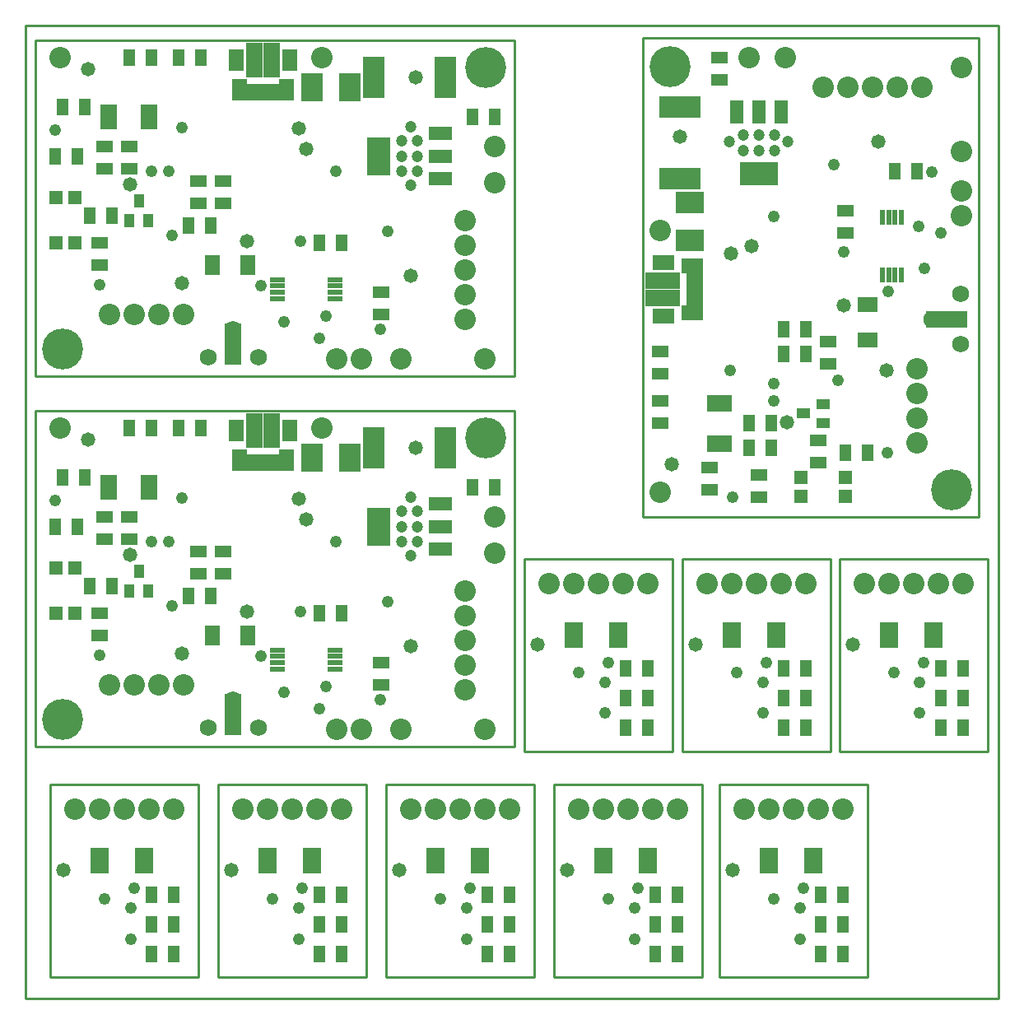
<source format=gts>
%FSLAX25Y25*%
%MOIN*%
G70*
G01*
G75*
G04 Layer_Color=8388736*
%ADD10R,0.01772X0.06299*%
%ADD11R,0.06299X0.13386*%
%ADD12R,0.05512X0.01654*%
%ADD13R,0.04724X0.04724*%
%ADD14R,0.08465X0.05000*%
%ADD15R,0.09000X0.15000*%
%ADD16R,0.05906X0.03937*%
%ADD17R,0.03937X0.05906*%
%ADD18R,0.07874X0.11024*%
%ADD19R,0.03500X0.05000*%
%ADD20R,0.07874X0.15748*%
%ADD21R,0.06299X0.09449*%
%ADD22R,0.05512X0.07087*%
%ADD23R,0.05906X0.15748*%
%ADD24R,0.06299X0.01772*%
%ADD25R,0.13386X0.06299*%
%ADD26R,0.01654X0.05512*%
%ADD27R,0.04724X0.04724*%
%ADD28R,0.05000X0.08465*%
%ADD29R,0.15000X0.09000*%
%ADD30R,0.11024X0.07874*%
%ADD31R,0.15748X0.05906*%
%ADD32R,0.05000X0.03500*%
%ADD33R,0.15748X0.07874*%
%ADD34R,0.09449X0.06299*%
%ADD35R,0.07087X0.05512*%
%ADD36R,0.06600X0.01700*%
%ADD37C,0.02500*%
%ADD38C,0.02000*%
%ADD39C,0.03000*%
%ADD40C,0.01500*%
%ADD41C,0.04000*%
%ADD42C,0.01000*%
%ADD43C,0.01800*%
%ADD44R,0.01600X0.04800*%
%ADD45R,0.34200X0.03200*%
%ADD46R,0.14413X0.28346*%
%ADD47R,0.04800X0.01600*%
%ADD48R,0.03200X0.34200*%
%ADD49R,0.28346X0.14413*%
%ADD50C,0.15800*%
%ADD51R,0.05512X0.07874*%
%ADD52R,0.05118X0.07874*%
%ADD53C,0.07874*%
%ADD54R,0.07874X0.05512*%
%ADD55R,0.07874X0.05118*%
%ADD56C,0.05000*%
%ADD57C,0.04000*%
%ADD58C,0.06000*%
%ADD59C,0.03937*%
%ADD60R,0.09449X0.04724*%
%ADD61R,0.04724X0.11024*%
%ADD62R,0.03000X0.10000*%
%ADD63R,0.10000X0.20000*%
%ADD64R,0.06299X0.05512*%
%ADD65R,0.09843X0.14961*%
%ADD66R,0.04724X0.09449*%
%ADD67R,0.11024X0.04724*%
%ADD68R,0.10000X0.03000*%
%ADD69R,0.20000X0.10000*%
%ADD70R,0.05512X0.06299*%
%ADD71R,0.14961X0.09843*%
%ADD72R,0.03150X0.04724*%
%ADD73C,0.03500*%
%ADD74R,0.26400X0.28346*%
%ADD75R,0.28346X0.26400*%
%ADD76C,0.00200*%
%ADD77C,0.00591*%
%ADD78C,0.00394*%
%ADD79C,0.00787*%
%ADD80C,0.00500*%
%ADD81C,0.00050*%
%ADD82C,0.00800*%
%ADD83R,0.02300X0.06299*%
%ADD84R,0.06299X0.02300*%
%ADD85R,0.02572X0.07099*%
%ADD86R,0.07099X0.14186*%
%ADD87R,0.06312X0.02454*%
%ADD88R,0.05524X0.05524*%
%ADD89R,0.09265X0.05800*%
%ADD90R,0.09800X0.15800*%
%ADD91R,0.06706X0.04737*%
%ADD92R,0.04737X0.06706*%
%ADD93R,0.08674X0.11824*%
%ADD94R,0.04300X0.05800*%
%ADD95R,0.08674X0.16548*%
%ADD96R,0.07099X0.10249*%
%ADD97R,0.06312X0.07887*%
%ADD98R,0.06706X0.16548*%
%ADD99R,0.07099X0.02572*%
%ADD100R,0.14186X0.07099*%
%ADD101R,0.02454X0.06312*%
%ADD102R,0.05524X0.05524*%
%ADD103R,0.05800X0.09265*%
%ADD104R,0.15800X0.09800*%
%ADD105R,0.11824X0.08674*%
%ADD106R,0.16548X0.06706*%
%ADD107R,0.05800X0.04300*%
%ADD108R,0.16548X0.08674*%
%ADD109R,0.10249X0.07099*%
%ADD110R,0.07887X0.06312*%
%ADD111R,0.07400X0.02500*%
%ADD112C,0.16600*%
%ADD113R,0.06312X0.08674*%
%ADD114R,0.05918X0.08674*%
%ADD115C,0.08674*%
%ADD116R,0.08674X0.06312*%
%ADD117R,0.08674X0.05918*%
%ADD118C,0.05800*%
%ADD119C,0.04800*%
%ADD120C,0.06800*%
%ADD121C,0.04737*%
D42*
X110000Y110000D02*
Y504000D01*
Y110000D02*
X504000D01*
Y504000D01*
X110000D02*
X504000D01*
X308100Y362100D02*
Y498100D01*
X114100D02*
X308100D01*
X114100Y362100D02*
X308100D01*
X114100D02*
Y498100D01*
Y212100D02*
Y348100D01*
Y212100D02*
X308100D01*
X114100Y348100D02*
X308100D01*
Y212100D02*
Y348100D01*
X359900Y499100D02*
X495900D01*
X359900Y305100D02*
Y499100D01*
X495900Y305100D02*
Y499100D01*
X359900Y305100D02*
X495900D01*
X120000Y196500D02*
X180000D01*
X120000Y118500D02*
Y196500D01*
Y118500D02*
X180000D01*
Y196500D01*
X248000Y118500D02*
Y196500D01*
X188000Y118500D02*
X248000D01*
X188000D02*
Y196500D01*
X248000D01*
X324000D02*
X384000D01*
X324000Y118500D02*
Y196500D01*
Y118500D02*
X384000D01*
Y196500D01*
X316000Y118500D02*
Y196500D01*
X256000Y118500D02*
X316000D01*
X256000D02*
Y196500D01*
X316000D01*
X451000Y118500D02*
Y196500D01*
X391000Y118500D02*
X451000D01*
X391000D02*
Y196500D01*
X451000D01*
X439500Y288000D02*
X499500D01*
X439500Y210000D02*
Y288000D01*
Y210000D02*
X499500D01*
Y288000D01*
X312000D02*
X372000D01*
X312000Y210000D02*
Y288000D01*
Y210000D02*
X372000D01*
Y288000D01*
X436000Y210000D02*
Y288000D01*
X376000Y210000D02*
X436000D01*
X376000D02*
Y288000D01*
X436000D01*
D85*
X200982Y477100D02*
D03*
X211218D02*
D03*
X208659D02*
D03*
X203541D02*
D03*
X206100D02*
D03*
X200982Y327100D02*
D03*
X211218D02*
D03*
X208659D02*
D03*
X203541D02*
D03*
X206100D02*
D03*
D86*
X209643Y490092D02*
D03*
X202557D02*
D03*
X209643Y340092D02*
D03*
X202557D02*
D03*
D87*
X235328Y393423D02*
D03*
Y395982D02*
D03*
Y398541D02*
D03*
Y401100D02*
D03*
X212100Y393423D02*
D03*
Y395982D02*
D03*
Y398541D02*
D03*
Y401100D02*
D03*
X235328Y243423D02*
D03*
Y245982D02*
D03*
Y248541D02*
D03*
Y251100D02*
D03*
X212100Y243423D02*
D03*
Y245982D02*
D03*
Y248541D02*
D03*
Y251100D02*
D03*
D88*
X130037Y416045D02*
D03*
Y434155D02*
D03*
X122163D02*
D03*
Y416045D02*
D03*
X130037Y266045D02*
D03*
Y284155D02*
D03*
X122163D02*
D03*
Y266045D02*
D03*
D89*
X278100Y442045D02*
D03*
Y451100D02*
D03*
Y460155D02*
D03*
Y292045D02*
D03*
Y301100D02*
D03*
Y310155D02*
D03*
D90*
X252903Y451100D02*
D03*
Y301100D02*
D03*
D91*
X140100Y416100D02*
D03*
Y407100D02*
D03*
X152100Y446100D02*
D03*
Y455100D02*
D03*
X190100Y432100D02*
D03*
Y441100D02*
D03*
X180100Y432100D02*
D03*
Y441100D02*
D03*
X142100Y446100D02*
D03*
Y455100D02*
D03*
X254100Y396100D02*
D03*
Y387100D02*
D03*
Y246100D02*
D03*
Y237100D02*
D03*
X142100Y296100D02*
D03*
Y305100D02*
D03*
X180100Y282100D02*
D03*
Y291100D02*
D03*
X190100Y282100D02*
D03*
Y291100D02*
D03*
X152100Y296100D02*
D03*
Y305100D02*
D03*
X140100Y266100D02*
D03*
Y257100D02*
D03*
X430900Y336100D02*
D03*
Y327100D02*
D03*
X434900Y376100D02*
D03*
Y367100D02*
D03*
X366900Y352100D02*
D03*
Y343100D02*
D03*
X406900Y322100D02*
D03*
Y313100D02*
D03*
X366900Y372100D02*
D03*
Y363100D02*
D03*
X386900Y316100D02*
D03*
Y325100D02*
D03*
X441900Y420100D02*
D03*
Y429100D02*
D03*
X390900Y482100D02*
D03*
Y491100D02*
D03*
D92*
X145100Y427100D02*
D03*
X136100D02*
D03*
X185100Y423100D02*
D03*
X176100D02*
D03*
X161100Y491100D02*
D03*
X152100D02*
D03*
X131100Y451100D02*
D03*
X122100D02*
D03*
X181100Y491100D02*
D03*
X172100D02*
D03*
X125100Y471100D02*
D03*
X134100D02*
D03*
X229100Y416100D02*
D03*
X238100D02*
D03*
X291100Y467100D02*
D03*
X300100D02*
D03*
X291100Y317100D02*
D03*
X300100D02*
D03*
X229100Y266100D02*
D03*
X238100D02*
D03*
X125100Y321100D02*
D03*
X134100D02*
D03*
X181100Y341100D02*
D03*
X172100D02*
D03*
X131100Y301100D02*
D03*
X122100D02*
D03*
X161100Y341100D02*
D03*
X152100D02*
D03*
X185100Y273100D02*
D03*
X176100D02*
D03*
X145100Y277100D02*
D03*
X136100D02*
D03*
X441900Y331100D02*
D03*
X450900D02*
D03*
X411900Y343100D02*
D03*
X402900D02*
D03*
X425900Y381100D02*
D03*
X416900D02*
D03*
X425900Y371100D02*
D03*
X416900D02*
D03*
X411900Y333100D02*
D03*
X402900D02*
D03*
X461900Y445100D02*
D03*
X470900D02*
D03*
X170000Y128000D02*
D03*
X161000D02*
D03*
X170000Y152000D02*
D03*
X161000D02*
D03*
X170000Y140000D02*
D03*
X161000D02*
D03*
X238000D02*
D03*
X229000D02*
D03*
X238000Y152000D02*
D03*
X229000D02*
D03*
X238000Y128000D02*
D03*
X229000D02*
D03*
X374000D02*
D03*
X365000D02*
D03*
X374000Y152000D02*
D03*
X365000D02*
D03*
X374000Y140000D02*
D03*
X365000D02*
D03*
X306000D02*
D03*
X297000D02*
D03*
X306000Y152000D02*
D03*
X297000D02*
D03*
X306000Y128000D02*
D03*
X297000D02*
D03*
X441000Y140000D02*
D03*
X432000D02*
D03*
X441000Y152000D02*
D03*
X432000D02*
D03*
X441000Y128000D02*
D03*
X432000D02*
D03*
X489500Y219500D02*
D03*
X480500D02*
D03*
X489500Y243500D02*
D03*
X480500D02*
D03*
X489500Y231500D02*
D03*
X480500D02*
D03*
X362000Y219500D02*
D03*
X353000D02*
D03*
X362000Y243500D02*
D03*
X353000D02*
D03*
X362000Y231500D02*
D03*
X353000D02*
D03*
X426000D02*
D03*
X417000D02*
D03*
X426000Y243500D02*
D03*
X417000D02*
D03*
X426000Y219500D02*
D03*
X417000D02*
D03*
D93*
X241454Y479100D02*
D03*
X226100D02*
D03*
X241454Y329100D02*
D03*
X226100D02*
D03*
D94*
X152100Y425100D02*
D03*
X159580D02*
D03*
X155840Y432974D02*
D03*
X152100Y275100D02*
D03*
X159580D02*
D03*
X155840Y282974D02*
D03*
D95*
X250966Y483100D02*
D03*
X280100D02*
D03*
X250966Y333100D02*
D03*
X280100D02*
D03*
D96*
X160100Y467100D02*
D03*
X143565D02*
D03*
X160100Y317100D02*
D03*
X143565D02*
D03*
D97*
X200100Y407100D02*
D03*
X185533D02*
D03*
X200100Y257100D02*
D03*
X185533D02*
D03*
D98*
X194100Y375100D02*
D03*
Y225100D02*
D03*
D99*
X380900Y391982D02*
D03*
Y402218D02*
D03*
Y399659D02*
D03*
Y394541D02*
D03*
Y397100D02*
D03*
D100*
X367908Y400643D02*
D03*
Y393557D02*
D03*
D101*
X464577Y426328D02*
D03*
X462018D02*
D03*
X459459D02*
D03*
X456900D02*
D03*
X464577Y403100D02*
D03*
X462018D02*
D03*
X459459D02*
D03*
X456900D02*
D03*
D102*
X441955Y321037D02*
D03*
X423845D02*
D03*
Y313163D02*
D03*
X441955D02*
D03*
D103*
X415955Y469100D02*
D03*
X406900D02*
D03*
X397845D02*
D03*
D104*
X406900Y443903D02*
D03*
D105*
X378900Y432454D02*
D03*
Y417100D02*
D03*
D106*
X482900Y385100D02*
D03*
D107*
X432900Y343100D02*
D03*
Y350580D02*
D03*
X425026Y346840D02*
D03*
D108*
X374900Y441966D02*
D03*
Y471100D02*
D03*
D109*
X390900Y351100D02*
D03*
Y334565D02*
D03*
D110*
X450900Y391100D02*
D03*
Y376533D02*
D03*
D111*
X158110Y161823D02*
D03*
Y164382D02*
D03*
Y166941D02*
D03*
Y169500D02*
D03*
X140000Y161823D02*
D03*
Y164382D02*
D03*
Y166941D02*
D03*
Y169500D02*
D03*
X226110Y161823D02*
D03*
Y164382D02*
D03*
Y166941D02*
D03*
Y169500D02*
D03*
X208000Y161823D02*
D03*
Y164382D02*
D03*
Y166941D02*
D03*
Y169500D02*
D03*
X362110Y161823D02*
D03*
Y164382D02*
D03*
Y166941D02*
D03*
Y169500D02*
D03*
X344000Y161823D02*
D03*
Y164382D02*
D03*
Y166941D02*
D03*
Y169500D02*
D03*
X294110Y161823D02*
D03*
Y164382D02*
D03*
Y166941D02*
D03*
Y169500D02*
D03*
X276000Y161823D02*
D03*
Y164382D02*
D03*
Y166941D02*
D03*
Y169500D02*
D03*
X429110Y161823D02*
D03*
Y164382D02*
D03*
Y166941D02*
D03*
Y169500D02*
D03*
X411000Y161823D02*
D03*
Y164382D02*
D03*
Y166941D02*
D03*
Y169500D02*
D03*
X477610Y253323D02*
D03*
Y255882D02*
D03*
Y258441D02*
D03*
Y261000D02*
D03*
X459500Y253323D02*
D03*
Y255882D02*
D03*
Y258441D02*
D03*
Y261000D02*
D03*
X350110Y253323D02*
D03*
Y255882D02*
D03*
Y258441D02*
D03*
Y261000D02*
D03*
X332000Y253323D02*
D03*
Y255882D02*
D03*
Y258441D02*
D03*
Y261000D02*
D03*
X414110Y253323D02*
D03*
Y255882D02*
D03*
Y258441D02*
D03*
Y261000D02*
D03*
X396000Y253323D02*
D03*
Y255882D02*
D03*
Y258441D02*
D03*
Y261000D02*
D03*
D112*
X296400Y487100D02*
D03*
X125100Y373100D02*
D03*
Y223100D02*
D03*
X296400Y337100D02*
D03*
X370900Y487400D02*
D03*
X484900Y316100D02*
D03*
D113*
X195372Y489817D02*
D03*
X216828D02*
D03*
X195372Y339816D02*
D03*
X216828D02*
D03*
D114*
X215647Y477887D02*
D03*
X196553D02*
D03*
X215647Y327887D02*
D03*
X196553D02*
D03*
D115*
X300100Y440400D02*
D03*
X262100Y369100D02*
D03*
X296032Y369068D02*
D03*
X230100Y491100D02*
D03*
X300100Y455100D02*
D03*
X124100Y491100D02*
D03*
X236100Y369100D02*
D03*
X246100D02*
D03*
X174100Y387100D02*
D03*
X164100D02*
D03*
X154100D02*
D03*
X144100D02*
D03*
X288100Y425100D02*
D03*
Y385100D02*
D03*
Y395100D02*
D03*
Y405100D02*
D03*
Y415100D02*
D03*
Y275100D02*
D03*
Y235100D02*
D03*
Y245100D02*
D03*
Y255100D02*
D03*
Y265100D02*
D03*
X174100Y237100D02*
D03*
X164100D02*
D03*
X154100D02*
D03*
X144100D02*
D03*
X236100Y219100D02*
D03*
X246100D02*
D03*
X124100Y341100D02*
D03*
X300100Y305100D02*
D03*
X230100Y341100D02*
D03*
X296032Y219068D02*
D03*
X262100Y219100D02*
D03*
X300100Y290400D02*
D03*
X417600Y491100D02*
D03*
X488900Y453100D02*
D03*
X488932Y487032D02*
D03*
X366900Y421100D02*
D03*
X402900Y491100D02*
D03*
X366900Y315100D02*
D03*
X488900Y427100D02*
D03*
Y437100D02*
D03*
X470900Y365100D02*
D03*
Y355100D02*
D03*
Y345100D02*
D03*
Y335100D02*
D03*
X432900Y479100D02*
D03*
X472900D02*
D03*
X462900D02*
D03*
X452900D02*
D03*
X442900D02*
D03*
X140000Y186500D02*
D03*
X150000D02*
D03*
X160000D02*
D03*
X170000D02*
D03*
X130000D02*
D03*
X208000D02*
D03*
X218000D02*
D03*
X228000D02*
D03*
X238000D02*
D03*
X198000D02*
D03*
X344000D02*
D03*
X354000D02*
D03*
X364000D02*
D03*
X374000D02*
D03*
X334000D02*
D03*
X276000D02*
D03*
X286000D02*
D03*
X296000D02*
D03*
X306000D02*
D03*
X266000D02*
D03*
X411000D02*
D03*
X421000D02*
D03*
X431000D02*
D03*
X441000D02*
D03*
X401000D02*
D03*
X459500Y278000D02*
D03*
X469500D02*
D03*
X479500D02*
D03*
X489500D02*
D03*
X449500D02*
D03*
X332000D02*
D03*
X342000D02*
D03*
X352000D02*
D03*
X362000D02*
D03*
X322000D02*
D03*
X396000D02*
D03*
X406000D02*
D03*
X416000D02*
D03*
X426000D02*
D03*
X386000D02*
D03*
D116*
X368183Y386372D02*
D03*
Y407828D02*
D03*
D117*
X380113Y406647D02*
D03*
Y387553D02*
D03*
D118*
X173400Y399500D02*
D03*
X265800Y402600D02*
D03*
X223700Y454000D02*
D03*
X199600Y416600D02*
D03*
X268100Y483000D02*
D03*
X152200Y439600D02*
D03*
X220500Y462400D02*
D03*
X135400Y486400D02*
D03*
Y336400D02*
D03*
X220500Y312400D02*
D03*
X152200Y289600D02*
D03*
X268100Y333000D02*
D03*
X199600Y266600D02*
D03*
X223700Y304000D02*
D03*
X265800Y252600D02*
D03*
X173400Y249500D02*
D03*
X458500Y364400D02*
D03*
X455400Y456800D02*
D03*
X404000Y414700D02*
D03*
X441400Y390600D02*
D03*
X375000Y459100D02*
D03*
X418400Y343200D02*
D03*
X395600Y411500D02*
D03*
X371600Y326400D02*
D03*
X125400Y161800D02*
D03*
X193400D02*
D03*
X329400D02*
D03*
X261400D02*
D03*
X396400D02*
D03*
X444900Y253300D02*
D03*
X317400D02*
D03*
X381400D02*
D03*
D119*
X169300Y419000D02*
D03*
X205300Y398600D02*
D03*
X214700Y384000D02*
D03*
X231700Y386400D02*
D03*
X221300Y416700D02*
D03*
X161000Y445100D02*
D03*
X235500Y445000D02*
D03*
X173300Y462600D02*
D03*
X140100Y399100D02*
D03*
X168000Y445100D02*
D03*
X122100Y461600D02*
D03*
X253600Y381100D02*
D03*
X256700Y420700D02*
D03*
X228800Y377400D02*
D03*
Y227400D02*
D03*
X256700Y270700D02*
D03*
X253600Y231100D02*
D03*
X122100Y311600D02*
D03*
X168000Y295100D02*
D03*
X140100Y249100D02*
D03*
X173300Y312600D02*
D03*
X235500Y295000D02*
D03*
X161000Y295100D02*
D03*
X221300Y266700D02*
D03*
X231700Y236400D02*
D03*
X214700Y234000D02*
D03*
X205300Y248600D02*
D03*
X169300Y269000D02*
D03*
X439000Y360300D02*
D03*
X459400Y396300D02*
D03*
X474000Y405700D02*
D03*
X471600Y422700D02*
D03*
X441300Y412300D02*
D03*
X412900Y352000D02*
D03*
X413000Y426500D02*
D03*
X395400Y364300D02*
D03*
X458900Y331100D02*
D03*
X412900Y359000D02*
D03*
X396400Y313100D02*
D03*
X476900Y444600D02*
D03*
X437300Y447700D02*
D03*
X480600Y419800D02*
D03*
X154000Y154500D02*
D03*
X142000Y150300D02*
D03*
X152500Y146500D02*
D03*
Y134000D02*
D03*
X220500D02*
D03*
Y146500D02*
D03*
X210000Y150300D02*
D03*
X222000Y154500D02*
D03*
X358000D02*
D03*
X346000Y150300D02*
D03*
X356500Y146500D02*
D03*
Y134000D02*
D03*
X288500D02*
D03*
Y146500D02*
D03*
X278000Y150300D02*
D03*
X290000Y154500D02*
D03*
X423500Y134000D02*
D03*
Y146500D02*
D03*
X413000Y150300D02*
D03*
X425000Y154500D02*
D03*
X473500Y246000D02*
D03*
X461500Y241800D02*
D03*
X472000Y238000D02*
D03*
Y225500D02*
D03*
X346000Y246000D02*
D03*
X334000Y241800D02*
D03*
X344500Y238000D02*
D03*
Y225500D02*
D03*
X408500D02*
D03*
Y238000D02*
D03*
X398000Y241800D02*
D03*
X410000Y246000D02*
D03*
D120*
X194100Y381100D02*
D03*
X184100Y369500D02*
D03*
X204300D02*
D03*
Y219500D02*
D03*
X184100D02*
D03*
X194100Y231100D02*
D03*
X476900Y385100D02*
D03*
X488500Y375100D02*
D03*
Y395300D02*
D03*
D121*
X268651Y457399D02*
D03*
X262352D02*
D03*
X268651Y444801D02*
D03*
X262352Y451100D02*
D03*
X265895Y439289D02*
D03*
X262352Y444801D02*
D03*
X268651Y451100D02*
D03*
X265895Y462911D02*
D03*
X268651Y307399D02*
D03*
X262352D02*
D03*
X268651Y294801D02*
D03*
X262352Y301100D02*
D03*
X265895Y289289D02*
D03*
X262352Y294801D02*
D03*
X268651Y301100D02*
D03*
X265895Y312911D02*
D03*
X400601Y459651D02*
D03*
Y453352D02*
D03*
X413199Y459651D02*
D03*
X406900Y453352D02*
D03*
X418711Y456895D02*
D03*
X413199Y453352D02*
D03*
X406900Y459651D02*
D03*
X395089Y456895D02*
D03*
M02*

</source>
